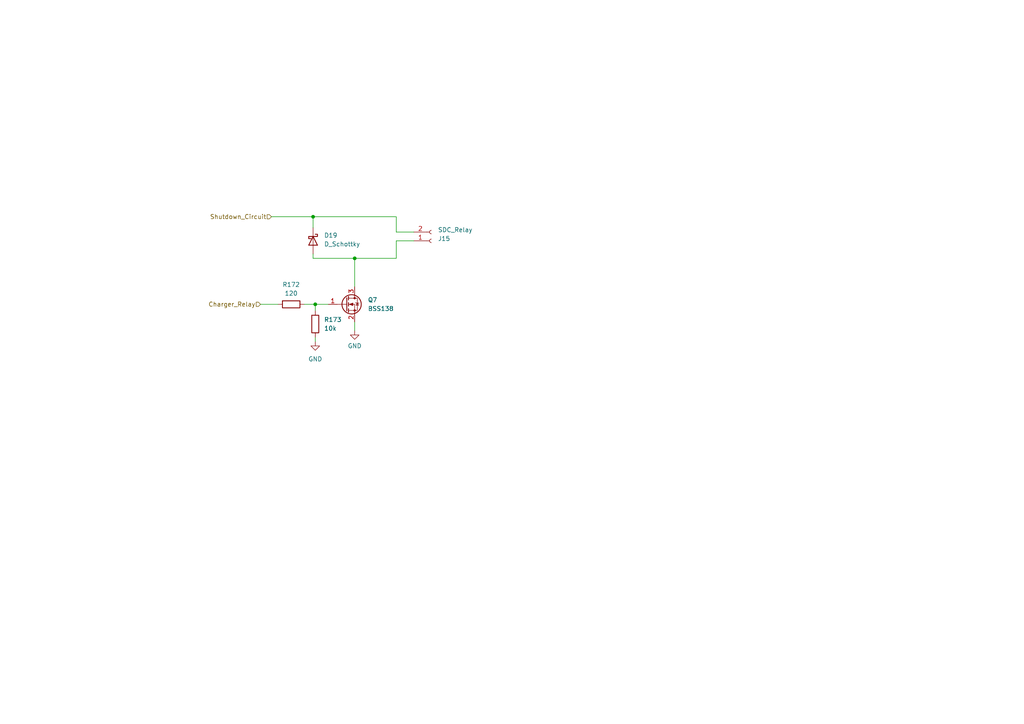
<source format=kicad_sch>
(kicad_sch (version 20231120) (generator "eeschema") (generator_version "8.0")
  (paper "A4")
  (lib_symbols
    (symbol "Connector:Conn_01x02_Socket" (pin_names (offset 1.016) hide)
      (property "Reference" "J" (at 0 2.54 0))
      (property "Value" "Conn_01x02_Socket" (at 0 -5.08 0))
      (symbol "Conn_01x02_Socket_1_1"
        (arc (start 0 -2.032) (mid -0.5058 -2.54) (end 0 -3.048) (stroke (width 0.1524)))
        (polyline (pts (xy -1.27 -2.54) (xy -0.508 -2.54)) (stroke (width 0.1524)))
        (polyline (pts (xy -1.27 0) (xy -0.508 0)) (stroke (width 0.1524)))
        (arc (start 0 0.508) (mid -0.5058 0) (end 0 -0.508) (stroke (width 0.1524)))
        (pin passive line (at -5.08 0 0) (length 3.81) (name "Pin_1") (number "1"))
        (pin passive line (at -5.08 -2.54 0) (length 3.81) (name "Pin_2") (number "2"))
      )
    )
    (symbol "Device:D_Schottky" (pin_numbers hide) (pin_names (offset 1.016) hide)
      (property "Reference" "D" (at 0 2.54 0))
      (property "Value" "D_Schottky" (at 0 -2.54 0))
      (symbol "D_Schottky_0_1"
        (polyline (pts (xy 1.27 0) (xy -1.27 0)))
        (polyline (pts (xy 1.27 1.27) (xy 1.27 -1.27) (xy -1.27 0) (xy 1.27 1.27)) (stroke (width 0.254)))
        (polyline (pts (xy -1.905 0.635) (xy -1.905 1.27) (xy -1.27 1.27) (xy -1.27 -1.27) (xy -0.635 -1.27) (xy -0.635 -0.635)) (stroke (width 0.254)))
      )
      (symbol "D_Schottky_1_1"
        (pin passive line (at -3.81 0 0) (length 2.54) (name "K") (number "1"))
        (pin passive line (at 3.81 0 180) (length 2.54) (name "A") (number "2"))
      )
    )
    (symbol "Device:R" (pin_numbers hide) (pin_names (offset 0))
      (property "Reference" "R" (at 2.032 0 90))
      (property "Value" "R" (at 0 0 90))
      (symbol "R_0_1"
        (rectangle (start -1.016 -2.54) (end 1.016 2.54) (stroke (width 0.254)))
      )
      (symbol "R_1_1"
        (pin passive line (at 0 3.81 270) (length 1.27) (name "~") (number "1"))
        (pin passive line (at 0 -3.81 90) (length 1.27) (name "~") (number "2"))
      )
    )
    (symbol "Transistor_FET:BSS138" (pin_names hide)
      (property "Reference" "Q" (at 5.08 1.905 0))
      (property "Value" "BSS138" (at 5.08 0 0))
      (symbol "BSS138_0_1"
        (polyline (pts (xy 0.254 0) (xy -2.54 0)))
        (polyline (pts (xy 0.254 1.905) (xy 0.254 -1.905)) (stroke (width 0.254)))
        (polyline (pts (xy 0.762 -1.27) (xy 0.762 -2.286)) (stroke (width 0.254)))
        (polyline (pts (xy 0.762 0.508) (xy 0.762 -0.508)) (stroke (width 0.254)))
        (polyline (pts (xy 0.762 2.286) (xy 0.762 1.27)) (stroke (width 0.254)))
        (polyline (pts (xy 2.54 2.54) (xy 2.54 1.778)))
        (polyline (pts (xy 2.54 -2.54) (xy 2.54 0) (xy 0.762 0)))
        (polyline (pts (xy 0.762 -1.778) (xy 3.302 -1.778) (xy 3.302 1.778) (xy 0.762 1.778)))
        (polyline (pts (xy 1.016 0) (xy 2.032 0.381) (xy 2.032 -0.381) (xy 1.016 0)) (fill (type outline)))
        (polyline (pts (xy 2.794 0.508) (xy 2.921 0.381) (xy 3.683 0.381) (xy 3.81 0.254)))
        (polyline (pts (xy 3.302 0.381) (xy 2.921 -0.254) (xy 3.683 -0.254) (xy 3.302 0.381)))
        (circle (center 1.651 0) (radius 2.794) (stroke (width 0.254)))
        (circle (center 2.54 -1.778) (radius 0.254) (fill (type outline)))
        (circle (center 2.54 1.778) (radius 0.254) (fill (type outline)))
      )
      (symbol "BSS138_1_1"
        (pin input line (at -5.08 0 0) (length 2.54) (name "G") (number "1"))
        (pin passive line (at 2.54 -5.08 90) (length 2.54) (name "S") (number "2"))
        (pin passive line (at 2.54 5.08 270) (length 2.54) (name "D") (number "3"))
      )
    )
    (symbol "power:GND" (power) (pin_names (offset 0))
      (property "Value" "GND" (at 0 -3.81 0))
      (symbol "GND_0_1"
        (polyline (pts (xy 0 0) (xy 0 -1.27) (xy 1.27 -1.27) (xy 0 -2.54) (xy -1.27 -1.27) (xy 0 -1.27)))
      )
      (symbol "GND_1_1"
        (pin power_in line (at 0 0 270) (length 0) hide (name "GND") (number "1"))
      )
    )
  )
  (junction (at 102.87 74.93))
  (junction (at 91.44 88.265))
  (junction (at 90.805 62.865))
  (wire (pts (xy 102.87 93.345) (xy 102.87 95.885)))
  (wire (pts (xy 91.44 90.17) (xy 91.44 88.265)))
  (wire (pts (xy 114.935 67.31) (xy 120.015 67.31)))
  (wire (pts (xy 90.805 62.865) (xy 90.805 66.04)))
  (wire (pts (xy 102.87 74.93) (xy 90.805 74.93)))
  (wire (pts (xy 78.74 62.865) (xy 90.805 62.865)))
  (wire (pts (xy 114.935 74.93) (xy 102.87 74.93)))
  (wire (pts (xy 102.87 83.185) (xy 102.87 74.93)))
  (wire (pts (xy 90.805 74.93) (xy 90.805 73.66)))
  (wire (pts (xy 91.44 88.265) (xy 95.25 88.265)))
  (wire (pts (xy 114.935 69.85) (xy 120.015 69.85)))
  (wire (pts (xy 114.935 62.865) (xy 114.935 67.31)))
  (wire (pts (xy 88.265 88.265) (xy 91.44 88.265)))
  (wire (pts (xy 114.935 69.85) (xy 114.935 74.93)))
  (wire (pts (xy 91.44 97.79) (xy 91.44 99.06)))
  (wire (pts (xy 75.565 88.265) (xy 80.645 88.265)))
  (wire (pts (xy 90.805 62.865) (xy 114.935 62.865)))
  (hierarchical_label "Shutdown_Circuit" (shape input) (at 78.74 62.865 180))
  (hierarchical_label "Charger_Relay" (shape input) (at 75.565 88.265 180))
  (symbol (lib_id "Device:D_Schottky") (at 90.805 69.85 270) (unit 1)
    (property "Reference" "D19" (at 93.98 68.2624 90) (effects (justify left)))
    (property "Value" "D_Schottky" (at 93.98 70.8024 90) (effects (justify left)))
    (property "Footprint" "Diode_SMD:D_SMA" (effects (hide yes)))
  )
  (symbol (lib_id "Transistor_FET:BSS138") (at 100.33 88.265 0) (unit 1)
    (property "Reference" "Q7" (at 106.68 86.9949 0) (effects (justify left)))
    (property "Value" "BSS138" (at 106.68 89.5349 0) (effects (justify left)))
    (property "Footprint" "Package_TO_SOT_SMD:SOT-23" (effects (hide yes)))
    (property "Datasheet" "https://www.onsemi.com/pub/Collateral/BSS138-D.PDF" (effects (hide yes)))
  )
  (symbol (lib_id "Connector:Conn_01x02_Socket") (at 125.095 69.85 0) (mirror x) (unit 1)
    (property "Reference" "J15" (at 127 69.215 0) (effects (justify left)))
    (property "Value" "SDC_Relay" (at 127 66.675 0) (effects (justify left)))
    (property "Footprint" "Connector_JST:JST_XH_S2B-XH-A-1_1x02_P2.50mm_Horizontal" (effects (hide yes)))
  )
  (symbol (lib_id "power:GND") (at 102.87 95.885 0) (unit 1)
    (property "Reference" "#PWR0211" (effects (hide yes)))
    (property "Value" "GND" (at 102.87 100.33 0))
  )
  (symbol (lib_id "Device:R") (at 84.455 88.265 90) (unit 1)
    (property "Reference" "R172" (at 84.455 82.55 90))
    (property "Value" "120" (at 84.455 85.09 90))
    (property "Footprint" "Resistor_SMD:R_0603_1608Metric" (effects (hide yes)))
  )
  (symbol (lib_id "power:GND") (at 91.44 99.06 0) (unit 1)
    (property "Reference" "#PWR0212" (effects (hide yes)))
    (property "Value" "GND" (at 91.44 104.14 0))
  )
  (symbol (lib_id "Device:R") (at 91.44 93.98 0) (unit 1)
    (property "Reference" "R173" (at 93.98 92.7099 0) (effects (justify left)))
    (property "Value" "10k" (at 93.98 95.2499 0) (effects (justify left)))
    (property "Footprint" "Resistor_SMD:R_0603_1608Metric" (effects (hide yes)))
  )
)
</source>
